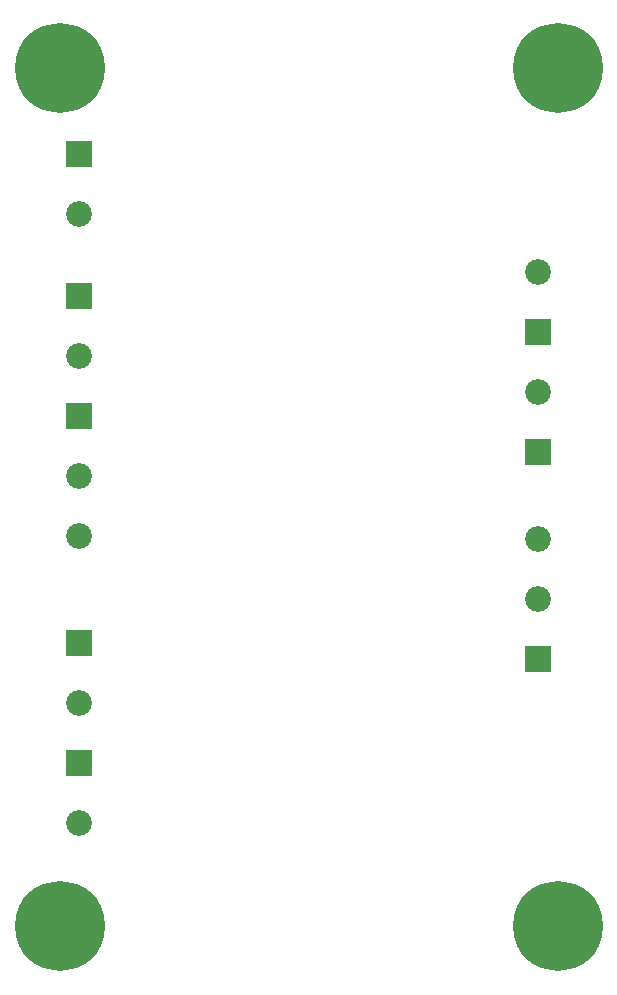
<source format=gbr>
G04 start of page 7 for group -4062 idx -4062 *
G04 Title: (unknown), soldermask *
G04 Creator: pcb 4.0.2 *
G04 CreationDate: Mon Jan 25 18:11:42 2021 UTC *
G04 For: ndholmes *
G04 Format: Gerber/RS-274X *
G04 PCB-Dimensions (mil): 3000.00 3200.00 *
G04 PCB-Coordinate-Origin: lower left *
%MOIN*%
%FSLAX25Y25*%
%LNBOTTOMMASK*%
%ADD39C,0.0860*%
%ADD38C,0.0001*%
%ADD37C,0.2997*%
G54D37*X17000Y17000D03*
G54D38*G36*
X19200Y75800D02*Y67200D01*
X27800D01*
Y75800D01*
X19200D01*
G37*
G54D39*X23500Y51500D03*
G54D38*G36*
X172200Y110300D02*Y101700D01*
X180800D01*
Y110300D01*
X172200D01*
G37*
G54D39*X176500Y126000D03*
G54D37*X183000Y17000D03*
G54D38*G36*
X19200Y115800D02*Y107200D01*
X27800D01*
Y115800D01*
X19200D01*
G37*
G54D39*X23500Y91500D03*
G54D38*G36*
X19200Y191300D02*Y182700D01*
X27800D01*
Y191300D01*
X19200D01*
G37*
G54D39*X23500Y167000D03*
Y147000D03*
G54D38*G36*
X172200Y179300D02*Y170700D01*
X180800D01*
Y179300D01*
X172200D01*
G37*
G36*
X19200Y231300D02*Y222700D01*
X27800D01*
Y231300D01*
X19200D01*
G37*
G54D39*X23500Y207000D03*
G54D38*G36*
X19200Y278800D02*Y270200D01*
X27800D01*
Y278800D01*
X19200D01*
G37*
G54D39*X23500Y254500D03*
G54D37*X17000Y303000D03*
G54D39*X176500Y146000D03*
G54D37*X183000Y303000D03*
G54D38*G36*
X172200Y219300D02*Y210700D01*
X180800D01*
Y219300D01*
X172200D01*
G37*
G54D39*X176500Y235000D03*
Y195000D03*
M02*

</source>
